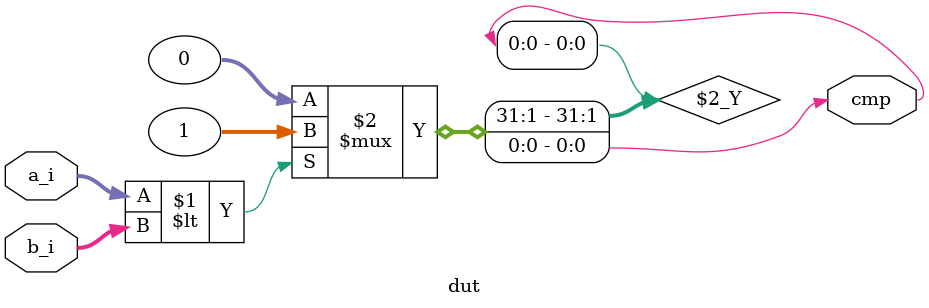
<source format=sv>

module dut(
  input logic [2:0] a_i,
  input logic [2:0] b_i,
  output logic cmp
);

assign cmp = (a_i < b_i)? 1:0;
  
endmodule
</source>
